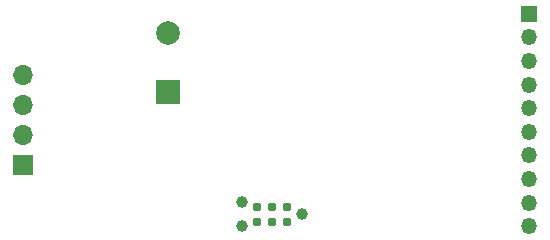
<source format=gbs>
G04 #@! TF.GenerationSoftware,KiCad,Pcbnew,5.1.4+dfsg1-1*
G04 #@! TF.CreationDate,2020-04-13T22:05:46+02:00*
G04 #@! TF.ProjectId,OtterIron_PRO_Bot,4f747465-7249-4726-9f6e-5f50524f5f42,rev?*
G04 #@! TF.SameCoordinates,Original*
G04 #@! TF.FileFunction,Soldermask,Bot*
G04 #@! TF.FilePolarity,Negative*
%FSLAX46Y46*%
G04 Gerber Fmt 4.6, Leading zero omitted, Abs format (unit mm)*
G04 Created by KiCad (PCBNEW 5.1.4+dfsg1-1) date 2020-04-13 22:05:46*
%MOMM*%
%LPD*%
G04 APERTURE LIST*
%ADD10O,1.350000X1.350000*%
%ADD11R,1.350000X1.350000*%
%ADD12O,1.700000X1.700000*%
%ADD13R,1.700000X1.700000*%
%ADD14C,0.985520*%
%ADD15C,0.988060*%
%ADD16C,0.784860*%
%ADD17C,2.000000*%
%ADD18R,2.000000X2.000000*%
G04 APERTURE END LIST*
D10*
X96900000Y-119000000D03*
X96900000Y-117000000D03*
X96900000Y-115000000D03*
X96900000Y-113000000D03*
X96900000Y-111000000D03*
X96900000Y-109000000D03*
X96900000Y-107000000D03*
X96900000Y-105000000D03*
X96900000Y-103000000D03*
D11*
X96900000Y-101000000D03*
D12*
X54100000Y-106180000D03*
X54100000Y-108720000D03*
X54100000Y-111260000D03*
D13*
X54100000Y-113800000D03*
D14*
X72660000Y-119016000D03*
X72660000Y-116984000D03*
D15*
X77740000Y-118000000D03*
D16*
X73930000Y-117365000D03*
X73930000Y-118635000D03*
X75200000Y-117365000D03*
X75200000Y-118635000D03*
X76470000Y-117365000D03*
X76470000Y-118635000D03*
D17*
X66400000Y-102600000D03*
D18*
X66400000Y-107600000D03*
M02*

</source>
